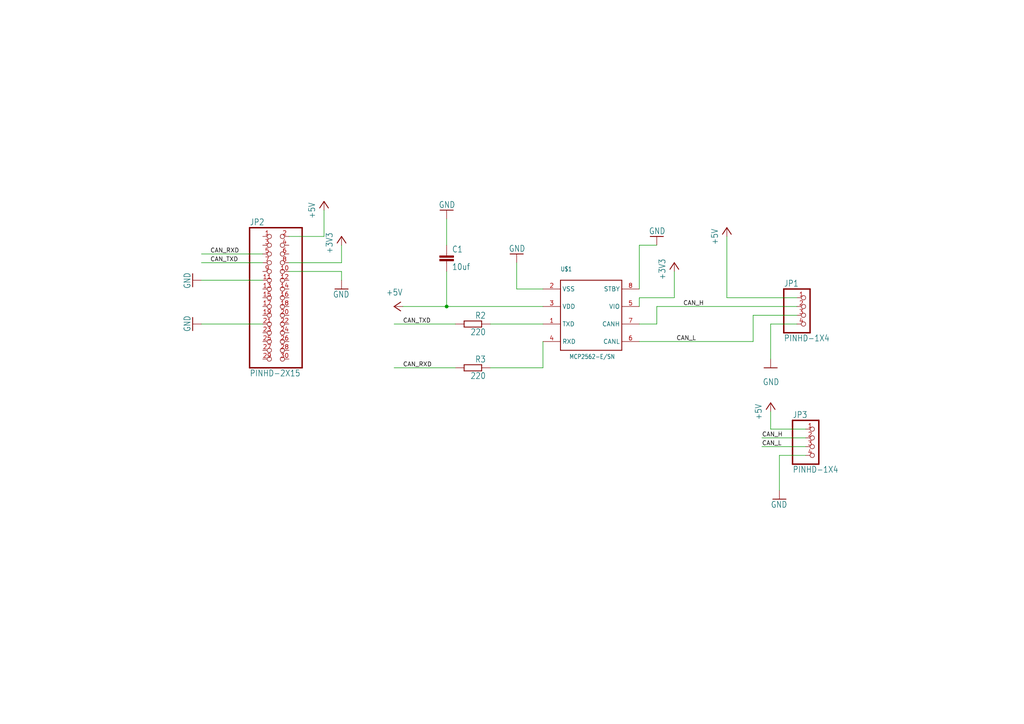
<source format=kicad_sch>
(kicad_sch (version 20211123) (generator eeschema)
  (paper "A4")
  (lib_symbols
    (symbol "communication-hub-eagle-import:+3V3" (power)
      (property "Value" "+3V3" (at -2.54 -5.08 90))
      (symbol "+3V3_1_0"
        (polyline (pts (xy 0 0) (xy -1.27 -1.905)) (stroke (width 0.254)))
        (polyline (pts (xy 1.27 -1.905) (xy 0 0)) (stroke (width 0.254)))
        (pin power_in line (at 0 -2.54 90) (length 2.54) (name "+3V3") (number "1"))
      )
    )
    (symbol "communication-hub-eagle-import:+5V" (power)
      (property "Value" "+5V" (at -2.54 -5.08 90))
      (symbol "+5V_1_0"
        (polyline (pts (xy 0 0) (xy -1.27 -1.905)) (stroke (width 0.254)))
        (polyline (pts (xy 1.27 -1.905) (xy 0 0)) (stroke (width 0.254)))
        (pin power_in line (at 0 -2.54 90) (length 2.54) (name "+5V") (number "1"))
      )
    )
    (symbol "communication-hub-eagle-import:C-EUC0805"
      (property "Reference" "C" (at 1.524 0.381 0))
      (property "Value" "C-EUC0805" (at 1.524 -4.699 0))
      (symbol "C-EUC0805_1_0"
        (rectangle (start -2.032 -2.032) (end 2.032 -1.524) (fill (type outline)))
        (rectangle (start -2.032 -1.016) (end 2.032 -0.508) (fill (type outline)))
        (polyline (pts (xy 0 -2.54) (xy 0 -2.032)) (stroke (width 0.1524)))
        (polyline (pts (xy 0 0) (xy 0 -0.508)) (stroke (width 0.1524)))
        (pin passive line (at 0 2.54 270) (length 2.54) (name "1") (number "1"))
        (pin passive line (at 0 -5.08 90) (length 2.54) (name "2") (number "2"))
      )
    )
    (symbol "communication-hub-eagle-import:GND" (power)
      (property "Value" "GND" (at -2.54 -2.54 0))
      (symbol "GND_1_0"
        (polyline (pts (xy -1.905 0) (xy 1.905 0)) (stroke (width 0.254)))
        (pin power_in line (at 0 2.54 270) (length 2.54) (name "GND") (number "1"))
      )
    )
    (symbol "communication-hub-eagle-import:MCP2562-E{slash}SN"
      (property "Value" "MCP2562-E{slash}SN" (at -7.62 -12.7 0))
      (symbol "MCP2562-E{slash}SN_1_0"
        (polyline (pts (xy -10.16 -10.16) (xy -10.16 10.16)) (stroke (width 0.254)))
        (polyline (pts (xy -10.16 10.16) (xy 7.62 10.16)) (stroke (width 0.254)))
        (polyline (pts (xy 7.62 -10.16) (xy -10.16 -10.16)) (stroke (width 0.254)))
        (polyline (pts (xy 7.62 10.16) (xy 7.62 -10.16)) (stroke (width 0.254)))
        (pin bidirectional line (at -15.24 -2.54 0) (length 5.08) (name "TXD") (number "1"))
        (pin bidirectional line (at -15.24 7.62 0) (length 5.08) (name "VSS") (number "2"))
        (pin bidirectional line (at -15.24 2.54 0) (length 5.08) (name "VDD") (number "3"))
        (pin bidirectional line (at -15.24 -7.62 0) (length 5.08) (name "RXD") (number "4"))
        (pin bidirectional line (at 12.7 2.54 180) (length 5.08) (name "VIO") (number "5"))
        (pin bidirectional line (at 12.7 -7.62 180) (length 5.08) (name "CANL") (number "6"))
        (pin bidirectional line (at 12.7 -2.54 180) (length 5.08) (name "CANH") (number "7"))
        (pin bidirectional line (at 12.7 7.62 180) (length 5.08) (name "STBY") (number "8"))
      )
    )
    (symbol "communication-hub-eagle-import:PINHD-1X4"
      (property "Reference" "JP" (at -6.35 8.255 0))
      (property "Value" "PINHD-1X4" (at -6.35 -7.62 0))
      (symbol "PINHD-1X4_1_0"
        (polyline (pts (xy -6.35 -5.08) (xy 1.27 -5.08)) (stroke (width 0.4064)))
        (polyline (pts (xy -6.35 7.62) (xy -6.35 -5.08)) (stroke (width 0.4064)))
        (polyline (pts (xy 1.27 -5.08) (xy 1.27 7.62)) (stroke (width 0.4064)))
        (polyline (pts (xy 1.27 7.62) (xy -6.35 7.62)) (stroke (width 0.4064)))
        (pin passive inverted (at -2.54 5.08 0) (length 2.54) (name "1") (number "1"))
        (pin passive inverted (at -2.54 2.54 0) (length 2.54) (name "2") (number "2"))
        (pin passive inverted (at -2.54 0 0) (length 2.54) (name "3") (number "3"))
        (pin passive inverted (at -2.54 -2.54 0) (length 2.54) (name "4") (number "4"))
      )
    )
    (symbol "communication-hub-eagle-import:PINHD-2X15"
      (property "Reference" "JP" (at -6.35 20.955 0))
      (property "Value" "PINHD-2X15" (at -6.35 -22.86 0))
      (symbol "PINHD-2X15_1_0"
        (polyline (pts (xy -6.35 -20.32) (xy 8.89 -20.32)) (stroke (width 0.4064)))
        (polyline (pts (xy -6.35 20.32) (xy -6.35 -20.32)) (stroke (width 0.4064)))
        (polyline (pts (xy 8.89 -20.32) (xy 8.89 20.32)) (stroke (width 0.4064)))
        (polyline (pts (xy 8.89 20.32) (xy -6.35 20.32)) (stroke (width 0.4064)))
        (pin passive inverted (at -2.54 17.78 0) (length 2.54) (name "1") (number "1"))
        (pin passive inverted (at 5.08 7.62 180) (length 2.54) (name "10") (number "10"))
        (pin passive inverted (at -2.54 5.08 0) (length 2.54) (name "11") (number "11"))
        (pin passive inverted (at 5.08 5.08 180) (length 2.54) (name "12") (number "12"))
        (pin passive inverted (at -2.54 2.54 0) (length 2.54) (name "13") (number "13"))
        (pin passive inverted (at 5.08 2.54 180) (length 2.54) (name "14") (number "14"))
        (pin passive inverted (at -2.54 0 0) (length 2.54) (name "15") (number "15"))
        (pin passive inverted (at 5.08 0 180) (length 2.54) (name "16") (number "16"))
        (pin passive inverted (at -2.54 -2.54 0) (length 2.54) (name "17") (number "17"))
        (pin passive inverted (at 5.08 -2.54 180) (length 2.54) (name "18") (number "18"))
        (pin passive inverted (at -2.54 -5.08 0) (length 2.54) (name "19") (number "19"))
        (pin passive inverted (at 5.08 17.78 180) (length 2.54) (name "2") (number "2"))
        (pin passive inverted (at 5.08 -5.08 180) (length 2.54) (name "20") (number "20"))
        (pin passive inverted (at -2.54 -7.62 0) (length 2.54) (name "21") (number "21"))
        (pin passive inverted (at 5.08 -7.62 180) (length 2.54) (name "22") (number "22"))
        (pin passive inverted (at -2.54 -10.16 0) (length 2.54) (name "23") (number "23"))
        (pin passive inverted (at 5.08 -10.16 180) (length 2.54) (name "24") (number "24"))
        (pin passive inverted (at -2.54 -12.7 0) (length 2.54) (name "25") (number "25"))
        (pin passive inverted (at 5.08 -12.7 180) (length 2.54) (name "26") (number "26"))
        (pin passive inverted (at -2.54 -15.24 0) (length 2.54) (name "27") (number "27"))
        (pin passive inverted (at 5.08 -15.24 180) (length 2.54) (name "28") (number "28"))
        (pin passive inverted (at -2.54 -17.78 0) (length 2.54) (name "29") (number "29"))
        (pin passive inverted (at -2.54 15.24 0) (length 2.54) (name "3") (number "3"))
        (pin passive inverted (at 5.08 -17.78 180) (length 2.54) (name "30") (number "30"))
        (pin passive inverted (at 5.08 15.24 180) (length 2.54) (name "4") (number "4"))
        (pin passive inverted (at -2.54 12.7 0) (length 2.54) (name "5") (number "5"))
        (pin passive inverted (at 5.08 12.7 180) (length 2.54) (name "6") (number "6"))
        (pin passive inverted (at -2.54 10.16 0) (length 2.54) (name "7") (number "7"))
        (pin passive inverted (at 5.08 10.16 180) (length 2.54) (name "8") (number "8"))
        (pin passive inverted (at -2.54 7.62 0) (length 2.54) (name "9") (number "9"))
      )
    )
    (symbol "communication-hub-eagle-import:R-EU_R0805"
      (property "Reference" "R" (at -3.81 1.4986 0))
      (property "Value" "R-EU_R0805" (at -3.81 -3.302 0))
      (symbol "R-EU_R0805_1_0"
        (polyline (pts (xy -2.54 -0.889) (xy -2.54 0.889)) (stroke (width 0.254)))
        (polyline (pts (xy -2.54 -0.889) (xy 2.54 -0.889)) (stroke (width 0.254)))
        (polyline (pts (xy 2.54 -0.889) (xy 2.54 0.889)) (stroke (width 0.254)))
        (polyline (pts (xy 2.54 0.889) (xy -2.54 0.889)) (stroke (width 0.254)))
        (pin passive line (at -5.08 0 0) (length 2.54) (name "1") (number "1"))
        (pin passive line (at 5.08 0 180) (length 2.54) (name "2") (number "2"))
      )
    )
  )
  (junction (at 129.54 88.9))
  (wire (pts (xy 157.48 99.06) (xy 157.48 106.68)))
  (wire (pts (xy 76.2 93.98) (xy 58.42 93.98)))
  (wire (pts (xy 233.68 124.46) (xy 223.52 124.46)))
  (wire (pts (xy 233.68 129.54) (xy 220.98 129.54)))
  (wire (pts (xy 149.86 83.82) (xy 149.86 76.2)))
  (wire (pts (xy 185.42 93.98) (xy 190.5 93.98)))
  (wire (pts (xy 129.54 78.74) (xy 129.54 88.9)))
  (wire (pts (xy 223.52 93.98) (xy 223.52 104.14)))
  (wire (pts (xy 132.08 106.68) (xy 114.3 106.68)))
  (wire (pts (xy 223.52 124.46) (xy 223.52 119.38)))
  (wire (pts (xy 76.2 73.66) (xy 58.42 73.66)))
  (wire (pts (xy 157.48 88.9) (xy 129.54 88.9)))
  (wire (pts (xy 132.08 93.98) (xy 114.3 93.98)))
  (wire (pts (xy 231.14 86.36) (xy 210.82 86.36)))
  (wire (pts (xy 195.58 86.36) (xy 195.58 78.74)))
  (wire (pts (xy 185.42 71.12) (xy 190.5 71.12)))
  (wire (pts (xy 233.68 127) (xy 220.98 127)))
  (wire (pts (xy 185.42 86.36) (xy 195.58 86.36)))
  (wire (pts (xy 185.42 99.06) (xy 218.44 99.06)))
  (wire (pts (xy 157.48 93.98) (xy 142.24 93.98)))
  (wire (pts (xy 93.98 68.58) (xy 93.98 60.96)))
  (wire (pts (xy 83.82 76.2) (xy 99.06 76.2)))
  (wire (pts (xy 157.48 83.82) (xy 149.86 83.82)))
  (wire (pts (xy 231.14 93.98) (xy 223.52 93.98)))
  (wire (pts (xy 76.2 76.2) (xy 58.42 76.2)))
  (wire (pts (xy 129.54 71.12) (xy 129.54 63.5)))
  (wire (pts (xy 233.68 132.08) (xy 226.06 132.08)))
  (wire (pts (xy 129.54 88.9) (xy 116.84 88.9)))
  (wire (pts (xy 218.44 91.44) (xy 231.14 91.44)))
  (wire (pts (xy 218.44 99.06) (xy 218.44 91.44)))
  (wire (pts (xy 76.2 81.28) (xy 58.42 81.28)))
  (wire (pts (xy 210.82 86.36) (xy 210.82 68.58)))
  (wire (pts (xy 185.42 83.82) (xy 185.42 71.12)))
  (wire (pts (xy 185.42 88.9) (xy 185.42 86.36)))
  (wire (pts (xy 99.06 76.2) (xy 99.06 71.12)))
  (wire (pts (xy 83.82 78.74) (xy 99.06 78.74)))
  (wire (pts (xy 190.5 88.9) (xy 231.14 88.9)))
  (wire (pts (xy 99.06 78.74) (xy 99.06 81.28)))
  (wire (pts (xy 83.82 68.58) (xy 93.98 68.58)))
  (wire (pts (xy 226.06 132.08) (xy 226.06 142.24)))
  (wire (pts (xy 157.48 106.68) (xy 142.24 106.68)))
  (wire (pts (xy 190.5 93.98) (xy 190.5 88.9)))
  (label "CAN_TXD" (at 60.96 76.2 0) (effects (font (size 1.2446 1.2446))))
  (label "CAN_RXD" (at 60.96 73.66 0) (effects (font (size 1.2446 1.2446))))
  (label "CAN_H" (at 198.12 88.9 0) (effects (font (size 1.2446 1.2446))))
  (label "CAN_H" (at 220.98 127 0) (effects (font (size 1.2446 1.2446))))
  (label "CAN_TXD" (at 116.84 93.98 0) (effects (font (size 1.2446 1.2446))))
  (label "CAN_L" (at 220.98 129.54 0) (effects (font (size 1.2446 1.2446))))
  (label "CAN_L" (at 201.93 99.06 180) (effects (font (size 1.2446 1.2446))))
  (label "CAN_RXD" (at 116.84 106.68 0) (effects (font (size 1.2446 1.2446))))
  (symbol (lib_id "communication-hub-eagle-import:PINHD-1X4") (at 233.68 91.44 0) (unit 1)
    (property "Reference" "JP1" (at 227.33 83.185 0) (effects (font (size 1.778 1.5113)) (justify left bottom)))
    (property "Value" "PINHD-1X4" (at 227.33 99.06 0) (effects (font (size 1.778 1.5113)) (justify left bottom)))
    (property "Footprint" "communication-hub:1X04" (effects hide))
  )
  (symbol (lib_id "communication-hub-eagle-import:GND") (at 55.88 81.28 270) (mirror x) (unit 1)
    (property "Reference" "#GND6" (effects hide))
    (property "Value" "GND" (at 53.34 83.82 0) (effects (font (size 1.778 1.5113)) (justify left bottom)))
    (property "Footprint" "communication-hub:" (effects hide))
  )
  (symbol (lib_id "communication-hub-eagle-import:R-EU_R0805") (at 137.16 106.68 0) (mirror y) (unit 1)
    (property "Reference" "R3" (at 140.97 105.1814 0) (effects (font (size 1.778 1.5113)) (justify left bottom)))
    (property "Value" "220" (at 140.97 109.982 0) (effects (font (size 1.778 1.5113)) (justify left bottom)))
    (property "Footprint" "communication-hub:R0805" (effects hide))
  )
  (symbol (lib_id "communication-hub-eagle-import:MCP2562-E{slash}SN") (at 172.72 91.44 0) (unit 1)
    (property "Reference" "U$1" (at 162.56 78.74 0) (effects (font (size 1.27 1.0795)) (justify left bottom)))
    (property "Value" "MCP2562-E{slash}SN" (at 165.1 104.14 0) (effects (font (size 1.27 1.0795)) (justify left bottom)))
    (property "Footprint" "communication-hub:SOIC8" (effects hide))
  )
  (symbol (lib_id "communication-hub-eagle-import:+3V3") (at 195.58 76.2 0) (unit 1)
    (property "Reference" "#+3V1" (effects hide))
    (property "Value" "+3V3" (at 193.04 81.28 90) (effects (font (size 1.778 1.5113)) (justify left bottom)))
    (property "Footprint" "communication-hub:" (effects hide))
  )
  (symbol (lib_id "communication-hub-eagle-import:GND") (at 55.88 93.98 270) (unit 1)
    (property "Reference" "#GND7" (effects hide))
    (property "Value" "GND" (at 53.34 91.44 0) (effects (font (size 1.778 1.5113)) (justify left bottom)))
    (property "Footprint" "communication-hub:" (effects hide))
  )
  (symbol (lib_id "communication-hub-eagle-import:+5V") (at 114.3 88.9 90) (unit 1)
    (property "Reference" "#P+1" (effects hide))
    (property "Value" "+5V" (at 116.84 83.82 90) (effects (font (size 1.778 1.5113)) (justify left bottom)))
    (property "Footprint" "communication-hub:" (effects hide))
  )
  (symbol (lib_id "communication-hub-eagle-import:PINHD-1X4") (at 236.22 129.54 0) (unit 1)
    (property "Reference" "JP3" (at 229.87 121.285 0) (effects (font (size 1.778 1.5113)) (justify left bottom)))
    (property "Value" "PINHD-1X4" (at 229.87 137.16 0) (effects (font (size 1.778 1.5113)) (justify left bottom)))
    (property "Footprint" "communication-hub:1X04" (effects hide))
  )
  (symbol (lib_id "communication-hub-eagle-import:C-EUC0805") (at 129.54 73.66 0) (unit 1)
    (property "Reference" "C1" (at 131.064 73.279 0) (effects (font (size 1.778 1.5113)) (justify left bottom)))
    (property "Value" "10uf" (at 131.064 78.359 0) (effects (font (size 1.778 1.5113)) (justify left bottom)))
    (property "Footprint" "communication-hub:C0805" (effects hide))
  )
  (symbol (lib_id "communication-hub-eagle-import:+5V") (at 210.82 66.04 0) (unit 1)
    (property "Reference" "#P+2" (effects hide))
    (property "Value" "+5V" (at 208.28 71.12 90) (effects (font (size 1.778 1.5113)) (justify left bottom)))
    (property "Footprint" "communication-hub:" (effects hide))
  )
  (symbol (lib_id "communication-hub-eagle-import:GND") (at 223.52 106.68 0) (mirror y) (unit 1)
    (property "Reference" "#GND2" (effects hide))
    (property "Value" "GND" (at 226.06 111.76 0) (effects (font (size 1.778 1.5113)) (justify left bottom)))
    (property "Footprint" "communication-hub:" (effects hide))
  )
  (symbol (lib_id "communication-hub-eagle-import:+3V3") (at 99.06 68.58 0) (unit 1)
    (property "Reference" "#+3V2" (effects hide))
    (property "Value" "+3V3" (at 96.52 73.66 90) (effects (font (size 1.778 1.5113)) (justify left bottom)))
    (property "Footprint" "communication-hub:" (effects hide))
  )
  (symbol (lib_id "communication-hub-eagle-import:+5V") (at 223.52 116.84 0) (unit 1)
    (property "Reference" "#P+4" (effects hide))
    (property "Value" "+5V" (at 220.98 121.92 90) (effects (font (size 1.778 1.5113)) (justify left bottom)))
    (property "Footprint" "communication-hub:" (effects hide))
  )
  (symbol (lib_id "communication-hub-eagle-import:GND") (at 149.86 73.66 180) (unit 1)
    (property "Reference" "#GND3" (effects hide))
    (property "Value" "GND" (at 152.4 71.12 0) (effects (font (size 1.778 1.5113)) (justify left bottom)))
    (property "Footprint" "communication-hub:" (effects hide))
  )
  (symbol (lib_id "communication-hub-eagle-import:R-EU_R0805") (at 137.16 93.98 0) (mirror y) (unit 1)
    (property "Reference" "R2" (at 140.97 92.4814 0) (effects (font (size 1.778 1.5113)) (justify left bottom)))
    (property "Value" "220" (at 140.97 97.282 0) (effects (font (size 1.778 1.5113)) (justify left bottom)))
    (property "Footprint" "communication-hub:R0805" (effects hide))
  )
  (symbol (lib_id "communication-hub-eagle-import:GND") (at 190.5 68.58 180) (unit 1)
    (property "Reference" "#GND4" (effects hide))
    (property "Value" "GND" (at 193.04 66.04 0) (effects (font (size 1.778 1.5113)) (justify left bottom)))
    (property "Footprint" "communication-hub:" (effects hide))
  )
  (symbol (lib_id "communication-hub-eagle-import:+5V") (at 93.98 58.42 0) (unit 1)
    (property "Reference" "#P+3" (effects hide))
    (property "Value" "+5V" (at 91.44 63.5 90) (effects (font (size 1.778 1.5113)) (justify left bottom)))
    (property "Footprint" "communication-hub:" (effects hide))
  )
  (symbol (lib_id "communication-hub-eagle-import:GND") (at 99.06 83.82 0) (unit 1)
    (property "Reference" "#GND5" (effects hide))
    (property "Value" "GND" (at 96.52 86.36 0) (effects (font (size 1.778 1.5113)) (justify left bottom)))
    (property "Footprint" "communication-hub:" (effects hide))
  )
  (symbol (lib_id "communication-hub-eagle-import:GND") (at 129.54 60.96 180) (unit 1)
    (property "Reference" "#GND1" (effects hide))
    (property "Value" "GND" (at 132.08 58.42 0) (effects (font (size 1.778 1.5113)) (justify left bottom)))
    (property "Footprint" "communication-hub:" (effects hide))
  )
  (symbol (lib_id "communication-hub-eagle-import:GND") (at 226.06 144.78 0) (unit 1)
    (property "Reference" "#GND8" (effects hide))
    (property "Value" "GND" (at 223.52 147.32 0) (effects (font (size 1.778 1.5113)) (justify left bottom)))
    (property "Footprint" "communication-hub:" (effects hide))
  )
  (symbol (lib_id "communication-hub-eagle-import:PINHD-2X15") (at 78.74 86.36 0) (unit 1)
    (property "Reference" "JP2" (at 72.39 65.405 0) (effects (font (size 1.778 1.5113)) (justify left bottom)))
    (property "Value" "PINHD-2X15" (at 72.39 109.22 0) (effects (font (size 1.778 1.5113)) (justify left bottom)))
    (property "Footprint" "communication-hub:2X15" (effects hide))
  )
)
</source>
